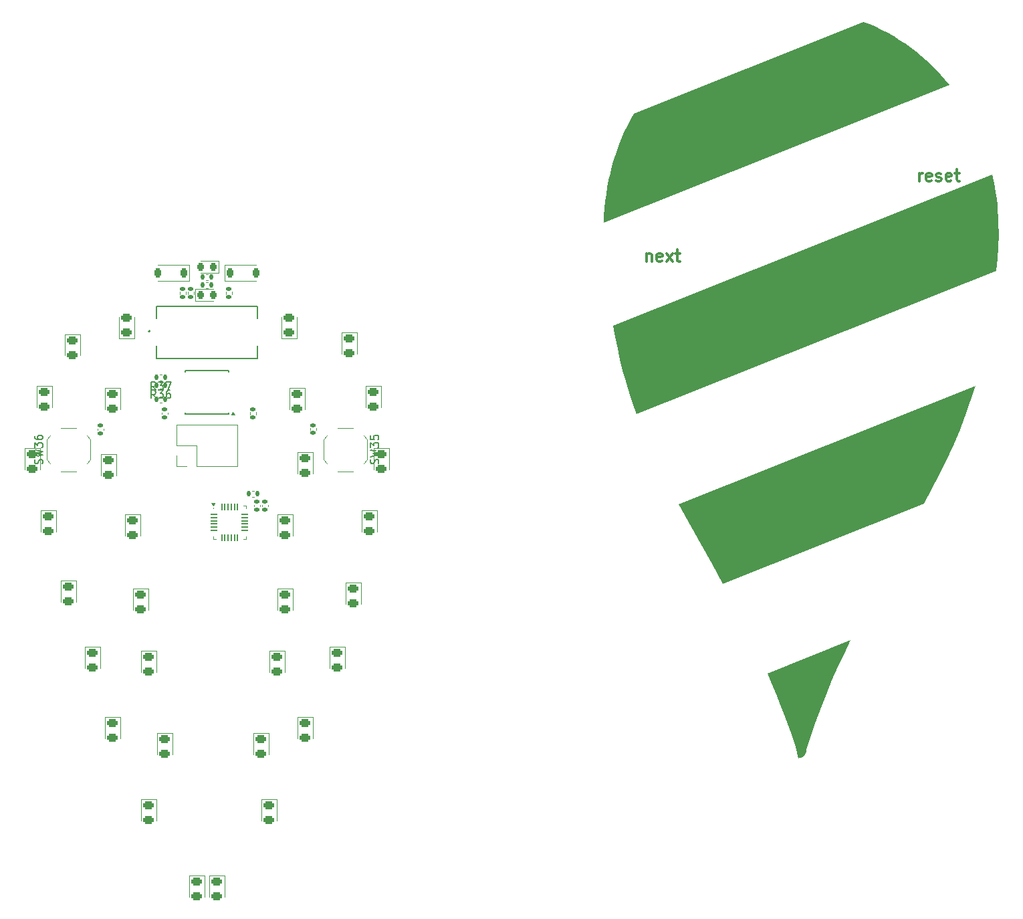
<source format=gbr>
%TF.GenerationSoftware,KiCad,Pcbnew,9.0.6*%
%TF.CreationDate,2025-12-02T17:46:32-08:00*%
%TF.ProjectId,xmas advent 2025,786d6173-2061-4647-9665-6e7420323032,rev?*%
%TF.SameCoordinates,Original*%
%TF.FileFunction,Legend,Top*%
%TF.FilePolarity,Positive*%
%FSLAX46Y46*%
G04 Gerber Fmt 4.6, Leading zero omitted, Abs format (unit mm)*
G04 Created by KiCad (PCBNEW 9.0.6) date 2025-12-02 17:46:32*
%MOMM*%
%LPD*%
G01*
G04 APERTURE LIST*
G04 Aperture macros list*
%AMRoundRect*
0 Rectangle with rounded corners*
0 $1 Rounding radius*
0 $2 $3 $4 $5 $6 $7 $8 $9 X,Y pos of 4 corners*
0 Add a 4 corners polygon primitive as box body*
4,1,4,$2,$3,$4,$5,$6,$7,$8,$9,$2,$3,0*
0 Add four circle primitives for the rounded corners*
1,1,$1+$1,$2,$3*
1,1,$1+$1,$4,$5*
1,1,$1+$1,$6,$7*
1,1,$1+$1,$8,$9*
0 Add four rect primitives between the rounded corners*
20,1,$1+$1,$2,$3,$4,$5,0*
20,1,$1+$1,$4,$5,$6,$7,0*
20,1,$1+$1,$6,$7,$8,$9,0*
20,1,$1+$1,$8,$9,$2,$3,0*%
%AMFreePoly0*
4,1,14,0.314644,0.085355,0.385355,0.014644,0.400000,-0.020711,0.400000,-0.050000,0.385355,-0.085355,0.350000,-0.100000,-0.350000,-0.100000,-0.385355,-0.085355,-0.400000,-0.050000,-0.400000,0.050000,-0.385355,0.085355,-0.350000,0.100000,0.279289,0.100000,0.314644,0.085355,0.314644,0.085355,$1*%
%AMFreePoly1*
4,1,14,0.385355,0.085355,0.400000,0.050000,0.400000,0.020711,0.385355,-0.014644,0.314644,-0.085355,0.279289,-0.100000,-0.350000,-0.100000,-0.385355,-0.085355,-0.400000,-0.050000,-0.400000,0.050000,-0.385355,0.085355,-0.350000,0.100000,0.350000,0.100000,0.385355,0.085355,0.385355,0.085355,$1*%
%AMFreePoly2*
4,1,14,0.085355,0.385355,0.100000,0.350000,0.100000,-0.350000,0.085355,-0.385355,0.050000,-0.400000,-0.050000,-0.400000,-0.085355,-0.385355,-0.100000,-0.350000,-0.100000,0.279289,-0.085355,0.314644,-0.014644,0.385355,0.020711,0.400000,0.050000,0.400000,0.085355,0.385355,0.085355,0.385355,$1*%
%AMFreePoly3*
4,1,14,0.014644,0.385355,0.085355,0.314644,0.100000,0.279289,0.100000,-0.350000,0.085355,-0.385355,0.050000,-0.400000,-0.050000,-0.400000,-0.085355,-0.385355,-0.100000,-0.350000,-0.100000,0.350000,-0.085355,0.385355,-0.050000,0.400000,-0.020711,0.400000,0.014644,0.385355,0.014644,0.385355,$1*%
%AMFreePoly4*
4,1,14,0.385355,0.085355,0.400000,0.050000,0.400000,-0.050000,0.385355,-0.085355,0.350000,-0.100000,-0.279289,-0.100000,-0.314644,-0.085355,-0.385355,-0.014644,-0.400000,0.020711,-0.400000,0.050000,-0.385355,0.085355,-0.350000,0.100000,0.350000,0.100000,0.385355,0.085355,0.385355,0.085355,$1*%
%AMFreePoly5*
4,1,14,0.385355,0.085355,0.400000,0.050000,0.400000,-0.050000,0.385355,-0.085355,0.350000,-0.100000,-0.350000,-0.100000,-0.385355,-0.085355,-0.400000,-0.050000,-0.400000,-0.020711,-0.385355,0.014644,-0.314644,0.085355,-0.279289,0.100000,0.350000,0.100000,0.385355,0.085355,0.385355,0.085355,$1*%
%AMFreePoly6*
4,1,14,0.085355,0.385355,0.100000,0.350000,0.100000,-0.279289,0.085355,-0.314644,0.014644,-0.385355,-0.020711,-0.400000,-0.050000,-0.400000,-0.085355,-0.385355,-0.100000,-0.350000,-0.100000,0.350000,-0.085355,0.385355,-0.050000,0.400000,0.050000,0.400000,0.085355,0.385355,0.085355,0.385355,$1*%
%AMFreePoly7*
4,1,14,0.085355,0.385355,0.100000,0.350000,0.100000,-0.350000,0.085355,-0.385355,0.050000,-0.400000,0.020711,-0.400000,-0.014644,-0.385355,-0.085355,-0.314644,-0.100000,-0.279289,-0.100000,0.350000,-0.085355,0.385355,-0.050000,0.400000,0.050000,0.400000,0.085355,0.385355,0.085355,0.385355,$1*%
G04 Aperture macros list end*
%ADD10C,0.000000*%
%ADD11C,0.300000*%
%ADD12C,0.150000*%
%ADD13C,0.120000*%
%ADD14C,0.127000*%
%ADD15C,0.200000*%
%ADD16RoundRect,0.140000X-0.170000X0.140000X-0.170000X-0.140000X0.170000X-0.140000X0.170000X0.140000X0*%
%ADD17R,0.750000X1.000000*%
%ADD18RoundRect,0.135000X-0.185000X0.135000X-0.185000X-0.135000X0.185000X-0.135000X0.185000X0.135000X0*%
%ADD19RoundRect,0.243750X0.456250X-0.243750X0.456250X0.243750X-0.456250X0.243750X-0.456250X-0.243750X0*%
%ADD20RoundRect,0.243750X-0.456250X0.243750X-0.456250X-0.243750X0.456250X-0.243750X0.456250X0.243750X0*%
%ADD21RoundRect,0.140000X0.170000X-0.140000X0.170000X0.140000X-0.170000X0.140000X-0.170000X-0.140000X0*%
%ADD22RoundRect,0.135000X-0.135000X-0.185000X0.135000X-0.185000X0.135000X0.185000X-0.135000X0.185000X0*%
%ADD23RoundRect,0.135000X0.135000X0.185000X-0.135000X0.185000X-0.135000X-0.185000X0.135000X-0.185000X0*%
%ADD24RoundRect,0.225000X0.225000X0.375000X-0.225000X0.375000X-0.225000X-0.375000X0.225000X-0.375000X0*%
%ADD25FreePoly0,0.000000*%
%ADD26RoundRect,0.050000X-0.350000X-0.050000X0.350000X-0.050000X0.350000X0.050000X-0.350000X0.050000X0*%
%ADD27FreePoly1,0.000000*%
%ADD28FreePoly2,0.000000*%
%ADD29RoundRect,0.050000X-0.050000X-0.350000X0.050000X-0.350000X0.050000X0.350000X-0.050000X0.350000X0*%
%ADD30FreePoly3,0.000000*%
%ADD31FreePoly4,0.000000*%
%ADD32FreePoly5,0.000000*%
%ADD33FreePoly6,0.000000*%
%ADD34FreePoly7,0.000000*%
%ADD35R,2.650000X2.650000*%
%ADD36RoundRect,0.218750X-0.218750X-0.256250X0.218750X-0.256250X0.218750X0.256250X-0.218750X0.256250X0*%
%ADD37RoundRect,0.218750X0.218750X0.256250X-0.218750X0.256250X-0.218750X-0.256250X0.218750X-0.256250X0*%
%ADD38R,1.700000X1.700000*%
%ADD39O,1.700000X1.700000*%
%ADD40R,1.900000X8.000000*%
%ADD41R,2.000000X7.500000*%
%ADD42R,1.700000X0.650000*%
%ADD43RoundRect,0.225000X-0.225000X-0.375000X0.225000X-0.375000X0.225000X0.375000X-0.225000X0.375000X0*%
%ADD44C,3.000000*%
%ADD45R,2.775000X2.775000*%
%ADD46C,2.775000*%
%ADD47C,2.153200*%
G04 APERTURE END LIST*
D10*
G36*
X195896348Y-48024538D02*
G01*
X196044707Y-48772111D01*
X196171067Y-49522699D01*
X196276352Y-50275937D01*
X196361488Y-51031465D01*
X196427401Y-51788920D01*
X196475016Y-52547939D01*
X196505259Y-53308160D01*
X196517331Y-54830759D01*
X196471021Y-56353817D01*
X196373734Y-57874436D01*
X196232875Y-59389716D01*
X150646937Y-77557684D01*
X150166330Y-76193090D01*
X149719461Y-74821051D01*
X149305733Y-73441224D01*
X148924551Y-72053262D01*
X148575317Y-70656820D01*
X148257435Y-69251552D01*
X147970310Y-67837111D01*
X147713343Y-66413153D01*
X195725062Y-47280341D01*
X195896348Y-48024538D01*
G37*
G36*
X155994597Y-88985425D02*
G01*
X155994593Y-88985427D01*
X155994593Y-88985419D01*
X155994597Y-88985425D01*
G37*
G36*
X192948636Y-75961482D02*
G01*
X192267002Y-77884960D01*
X191522456Y-79783472D01*
X190721356Y-81657295D01*
X189870060Y-83506703D01*
X188974926Y-85331973D01*
X188042313Y-87133380D01*
X187078578Y-88911200D01*
X161613726Y-99061591D01*
X160238065Y-96526330D01*
X158830315Y-94009094D01*
X155994597Y-88985425D01*
X193561000Y-74012763D01*
X192948636Y-75961482D01*
G37*
G36*
X176965906Y-107868034D02*
G01*
X176183028Y-109565602D01*
X175424773Y-111274680D01*
X174696519Y-112996507D01*
X174003641Y-114732320D01*
X173351518Y-116483356D01*
X172745527Y-118250853D01*
X172191043Y-120036048D01*
X172186609Y-120094872D01*
X172180230Y-120151936D01*
X172171922Y-120207255D01*
X172161702Y-120260846D01*
X172149588Y-120312724D01*
X172135595Y-120362907D01*
X172119742Y-120411411D01*
X172102045Y-120458251D01*
X172082521Y-120503445D01*
X172061187Y-120547008D01*
X172038061Y-120588958D01*
X172013159Y-120629310D01*
X171986498Y-120668080D01*
X171958096Y-120705286D01*
X171927969Y-120740944D01*
X171896134Y-120775069D01*
X171862609Y-120807678D01*
X171827410Y-120838788D01*
X171790554Y-120868415D01*
X171752059Y-120896575D01*
X171711941Y-120923285D01*
X171670218Y-120948560D01*
X171582022Y-120994875D01*
X171487609Y-121035650D01*
X171387114Y-121071016D01*
X171280672Y-121101103D01*
X171168422Y-121126044D01*
X170779272Y-119747401D01*
X170354209Y-118379996D01*
X169896262Y-117023333D01*
X169408457Y-115676918D01*
X168893822Y-114340256D01*
X168355383Y-113012854D01*
X167796167Y-111694216D01*
X167219206Y-110383855D01*
X177768031Y-106180739D01*
X176965906Y-107868034D01*
G37*
G36*
X167219206Y-110383855D02*
G01*
X167219203Y-110383856D01*
X167219203Y-110383849D01*
X167219206Y-110383855D01*
G37*
G36*
X180197517Y-28221662D02*
G01*
X180979653Y-28562692D01*
X181748602Y-28931541D01*
X182503756Y-29327412D01*
X183244506Y-29749508D01*
X183970244Y-30197033D01*
X184680361Y-30669190D01*
X185374248Y-31165183D01*
X186051297Y-31684213D01*
X186710899Y-32225486D01*
X187352444Y-32788203D01*
X187975325Y-33371568D01*
X188578933Y-33974784D01*
X189162659Y-34597056D01*
X189725895Y-35237585D01*
X190268031Y-35895575D01*
X146519984Y-53331122D01*
X146557848Y-52426975D01*
X146622156Y-51524035D01*
X146712937Y-50623181D01*
X146830220Y-49725296D01*
X146974031Y-48831260D01*
X147144399Y-47941956D01*
X147341353Y-47058264D01*
X147564920Y-46181065D01*
X147815129Y-45311241D01*
X148092007Y-44449674D01*
X148395582Y-43597243D01*
X148725883Y-42754832D01*
X149082938Y-41923320D01*
X149466775Y-41103589D01*
X149877421Y-40296521D01*
X150314906Y-39502997D01*
X179402804Y-27909247D01*
X180197517Y-28221662D01*
G37*
D11*
X186482510Y-48060828D02*
X186482510Y-47060828D01*
X186482510Y-47346542D02*
X186553939Y-47203685D01*
X186553939Y-47203685D02*
X186625368Y-47132257D01*
X186625368Y-47132257D02*
X186768225Y-47060828D01*
X186768225Y-47060828D02*
X186911082Y-47060828D01*
X187982510Y-47989400D02*
X187839653Y-48060828D01*
X187839653Y-48060828D02*
X187553939Y-48060828D01*
X187553939Y-48060828D02*
X187411081Y-47989400D01*
X187411081Y-47989400D02*
X187339653Y-47846542D01*
X187339653Y-47846542D02*
X187339653Y-47275114D01*
X187339653Y-47275114D02*
X187411081Y-47132257D01*
X187411081Y-47132257D02*
X187553939Y-47060828D01*
X187553939Y-47060828D02*
X187839653Y-47060828D01*
X187839653Y-47060828D02*
X187982510Y-47132257D01*
X187982510Y-47132257D02*
X188053939Y-47275114D01*
X188053939Y-47275114D02*
X188053939Y-47417971D01*
X188053939Y-47417971D02*
X187339653Y-47560828D01*
X188625367Y-47989400D02*
X188768224Y-48060828D01*
X188768224Y-48060828D02*
X189053938Y-48060828D01*
X189053938Y-48060828D02*
X189196795Y-47989400D01*
X189196795Y-47989400D02*
X189268224Y-47846542D01*
X189268224Y-47846542D02*
X189268224Y-47775114D01*
X189268224Y-47775114D02*
X189196795Y-47632257D01*
X189196795Y-47632257D02*
X189053938Y-47560828D01*
X189053938Y-47560828D02*
X188839653Y-47560828D01*
X188839653Y-47560828D02*
X188696795Y-47489400D01*
X188696795Y-47489400D02*
X188625367Y-47346542D01*
X188625367Y-47346542D02*
X188625367Y-47275114D01*
X188625367Y-47275114D02*
X188696795Y-47132257D01*
X188696795Y-47132257D02*
X188839653Y-47060828D01*
X188839653Y-47060828D02*
X189053938Y-47060828D01*
X189053938Y-47060828D02*
X189196795Y-47132257D01*
X190482510Y-47989400D02*
X190339653Y-48060828D01*
X190339653Y-48060828D02*
X190053939Y-48060828D01*
X190053939Y-48060828D02*
X189911081Y-47989400D01*
X189911081Y-47989400D02*
X189839653Y-47846542D01*
X189839653Y-47846542D02*
X189839653Y-47275114D01*
X189839653Y-47275114D02*
X189911081Y-47132257D01*
X189911081Y-47132257D02*
X190053939Y-47060828D01*
X190053939Y-47060828D02*
X190339653Y-47060828D01*
X190339653Y-47060828D02*
X190482510Y-47132257D01*
X190482510Y-47132257D02*
X190553939Y-47275114D01*
X190553939Y-47275114D02*
X190553939Y-47417971D01*
X190553939Y-47417971D02*
X189839653Y-47560828D01*
X190982510Y-47060828D02*
X191553938Y-47060828D01*
X191196795Y-46560828D02*
X191196795Y-47846542D01*
X191196795Y-47846542D02*
X191268224Y-47989400D01*
X191268224Y-47989400D02*
X191411081Y-48060828D01*
X191411081Y-48060828D02*
X191553938Y-48060828D01*
X151938510Y-57220828D02*
X151938510Y-58220828D01*
X151938510Y-57363685D02*
X152009939Y-57292257D01*
X152009939Y-57292257D02*
X152152796Y-57220828D01*
X152152796Y-57220828D02*
X152367082Y-57220828D01*
X152367082Y-57220828D02*
X152509939Y-57292257D01*
X152509939Y-57292257D02*
X152581368Y-57435114D01*
X152581368Y-57435114D02*
X152581368Y-58220828D01*
X153867082Y-58149400D02*
X153724225Y-58220828D01*
X153724225Y-58220828D02*
X153438511Y-58220828D01*
X153438511Y-58220828D02*
X153295653Y-58149400D01*
X153295653Y-58149400D02*
X153224225Y-58006542D01*
X153224225Y-58006542D02*
X153224225Y-57435114D01*
X153224225Y-57435114D02*
X153295653Y-57292257D01*
X153295653Y-57292257D02*
X153438511Y-57220828D01*
X153438511Y-57220828D02*
X153724225Y-57220828D01*
X153724225Y-57220828D02*
X153867082Y-57292257D01*
X153867082Y-57292257D02*
X153938511Y-57435114D01*
X153938511Y-57435114D02*
X153938511Y-57577971D01*
X153938511Y-57577971D02*
X153224225Y-57720828D01*
X154438510Y-58220828D02*
X155224225Y-57220828D01*
X154438510Y-57220828D02*
X155224225Y-58220828D01*
X155581368Y-57220828D02*
X156152796Y-57220828D01*
X155795653Y-56720828D02*
X155795653Y-58006542D01*
X155795653Y-58006542D02*
X155867082Y-58149400D01*
X155867082Y-58149400D02*
X156009939Y-58220828D01*
X156009939Y-58220828D02*
X156152796Y-58220828D01*
D12*
X75397200Y-83851523D02*
X75444819Y-83708666D01*
X75444819Y-83708666D02*
X75444819Y-83470571D01*
X75444819Y-83470571D02*
X75397200Y-83375333D01*
X75397200Y-83375333D02*
X75349580Y-83327714D01*
X75349580Y-83327714D02*
X75254342Y-83280095D01*
X75254342Y-83280095D02*
X75159104Y-83280095D01*
X75159104Y-83280095D02*
X75063866Y-83327714D01*
X75063866Y-83327714D02*
X75016247Y-83375333D01*
X75016247Y-83375333D02*
X74968628Y-83470571D01*
X74968628Y-83470571D02*
X74921009Y-83661047D01*
X74921009Y-83661047D02*
X74873390Y-83756285D01*
X74873390Y-83756285D02*
X74825771Y-83803904D01*
X74825771Y-83803904D02*
X74730533Y-83851523D01*
X74730533Y-83851523D02*
X74635295Y-83851523D01*
X74635295Y-83851523D02*
X74540057Y-83803904D01*
X74540057Y-83803904D02*
X74492438Y-83756285D01*
X74492438Y-83756285D02*
X74444819Y-83661047D01*
X74444819Y-83661047D02*
X74444819Y-83422952D01*
X74444819Y-83422952D02*
X74492438Y-83280095D01*
X74444819Y-82946761D02*
X75444819Y-82708666D01*
X75444819Y-82708666D02*
X74730533Y-82518190D01*
X74730533Y-82518190D02*
X75444819Y-82327714D01*
X75444819Y-82327714D02*
X74444819Y-82089619D01*
X74444819Y-81803904D02*
X74444819Y-81184857D01*
X74444819Y-81184857D02*
X74825771Y-81518190D01*
X74825771Y-81518190D02*
X74825771Y-81375333D01*
X74825771Y-81375333D02*
X74873390Y-81280095D01*
X74873390Y-81280095D02*
X74921009Y-81232476D01*
X74921009Y-81232476D02*
X75016247Y-81184857D01*
X75016247Y-81184857D02*
X75254342Y-81184857D01*
X75254342Y-81184857D02*
X75349580Y-81232476D01*
X75349580Y-81232476D02*
X75397200Y-81280095D01*
X75397200Y-81280095D02*
X75444819Y-81375333D01*
X75444819Y-81375333D02*
X75444819Y-81661047D01*
X75444819Y-81661047D02*
X75397200Y-81756285D01*
X75397200Y-81756285D02*
X75349580Y-81803904D01*
X74444819Y-80327714D02*
X74444819Y-80518190D01*
X74444819Y-80518190D02*
X74492438Y-80613428D01*
X74492438Y-80613428D02*
X74540057Y-80661047D01*
X74540057Y-80661047D02*
X74682914Y-80756285D01*
X74682914Y-80756285D02*
X74873390Y-80803904D01*
X74873390Y-80803904D02*
X75254342Y-80803904D01*
X75254342Y-80803904D02*
X75349580Y-80756285D01*
X75349580Y-80756285D02*
X75397200Y-80708666D01*
X75397200Y-80708666D02*
X75444819Y-80613428D01*
X75444819Y-80613428D02*
X75444819Y-80422952D01*
X75444819Y-80422952D02*
X75397200Y-80327714D01*
X75397200Y-80327714D02*
X75349580Y-80280095D01*
X75349580Y-80280095D02*
X75254342Y-80232476D01*
X75254342Y-80232476D02*
X75016247Y-80232476D01*
X75016247Y-80232476D02*
X74921009Y-80280095D01*
X74921009Y-80280095D02*
X74873390Y-80327714D01*
X74873390Y-80327714D02*
X74825771Y-80422952D01*
X74825771Y-80422952D02*
X74825771Y-80613428D01*
X74825771Y-80613428D02*
X74873390Y-80708666D01*
X74873390Y-80708666D02*
X74921009Y-80756285D01*
X74921009Y-80756285D02*
X75016247Y-80803904D01*
X89781142Y-74522819D02*
X89447809Y-74046628D01*
X89209714Y-74522819D02*
X89209714Y-73522819D01*
X89209714Y-73522819D02*
X89590666Y-73522819D01*
X89590666Y-73522819D02*
X89685904Y-73570438D01*
X89685904Y-73570438D02*
X89733523Y-73618057D01*
X89733523Y-73618057D02*
X89781142Y-73713295D01*
X89781142Y-73713295D02*
X89781142Y-73856152D01*
X89781142Y-73856152D02*
X89733523Y-73951390D01*
X89733523Y-73951390D02*
X89685904Y-73999009D01*
X89685904Y-73999009D02*
X89590666Y-74046628D01*
X89590666Y-74046628D02*
X89209714Y-74046628D01*
X90114476Y-73522819D02*
X90733523Y-73522819D01*
X90733523Y-73522819D02*
X90400190Y-73903771D01*
X90400190Y-73903771D02*
X90543047Y-73903771D01*
X90543047Y-73903771D02*
X90638285Y-73951390D01*
X90638285Y-73951390D02*
X90685904Y-73999009D01*
X90685904Y-73999009D02*
X90733523Y-74094247D01*
X90733523Y-74094247D02*
X90733523Y-74332342D01*
X90733523Y-74332342D02*
X90685904Y-74427580D01*
X90685904Y-74427580D02*
X90638285Y-74475200D01*
X90638285Y-74475200D02*
X90543047Y-74522819D01*
X90543047Y-74522819D02*
X90257333Y-74522819D01*
X90257333Y-74522819D02*
X90162095Y-74475200D01*
X90162095Y-74475200D02*
X90114476Y-74427580D01*
X91066857Y-73522819D02*
X91733523Y-73522819D01*
X91733523Y-73522819D02*
X91304952Y-74522819D01*
X89781142Y-75538819D02*
X89447809Y-75062628D01*
X89209714Y-75538819D02*
X89209714Y-74538819D01*
X89209714Y-74538819D02*
X89590666Y-74538819D01*
X89590666Y-74538819D02*
X89685904Y-74586438D01*
X89685904Y-74586438D02*
X89733523Y-74634057D01*
X89733523Y-74634057D02*
X89781142Y-74729295D01*
X89781142Y-74729295D02*
X89781142Y-74872152D01*
X89781142Y-74872152D02*
X89733523Y-74967390D01*
X89733523Y-74967390D02*
X89685904Y-75015009D01*
X89685904Y-75015009D02*
X89590666Y-75062628D01*
X89590666Y-75062628D02*
X89209714Y-75062628D01*
X90114476Y-74538819D02*
X90733523Y-74538819D01*
X90733523Y-74538819D02*
X90400190Y-74919771D01*
X90400190Y-74919771D02*
X90543047Y-74919771D01*
X90543047Y-74919771D02*
X90638285Y-74967390D01*
X90638285Y-74967390D02*
X90685904Y-75015009D01*
X90685904Y-75015009D02*
X90733523Y-75110247D01*
X90733523Y-75110247D02*
X90733523Y-75348342D01*
X90733523Y-75348342D02*
X90685904Y-75443580D01*
X90685904Y-75443580D02*
X90638285Y-75491200D01*
X90638285Y-75491200D02*
X90543047Y-75538819D01*
X90543047Y-75538819D02*
X90257333Y-75538819D01*
X90257333Y-75538819D02*
X90162095Y-75491200D01*
X90162095Y-75491200D02*
X90114476Y-75443580D01*
X91590666Y-74538819D02*
X91400190Y-74538819D01*
X91400190Y-74538819D02*
X91304952Y-74586438D01*
X91304952Y-74586438D02*
X91257333Y-74634057D01*
X91257333Y-74634057D02*
X91162095Y-74776914D01*
X91162095Y-74776914D02*
X91114476Y-74967390D01*
X91114476Y-74967390D02*
X91114476Y-75348342D01*
X91114476Y-75348342D02*
X91162095Y-75443580D01*
X91162095Y-75443580D02*
X91209714Y-75491200D01*
X91209714Y-75491200D02*
X91304952Y-75538819D01*
X91304952Y-75538819D02*
X91495428Y-75538819D01*
X91495428Y-75538819D02*
X91590666Y-75491200D01*
X91590666Y-75491200D02*
X91638285Y-75443580D01*
X91638285Y-75443580D02*
X91685904Y-75348342D01*
X91685904Y-75348342D02*
X91685904Y-75110247D01*
X91685904Y-75110247D02*
X91638285Y-75015009D01*
X91638285Y-75015009D02*
X91590666Y-74967390D01*
X91590666Y-74967390D02*
X91495428Y-74919771D01*
X91495428Y-74919771D02*
X91304952Y-74919771D01*
X91304952Y-74919771D02*
X91209714Y-74967390D01*
X91209714Y-74967390D02*
X91162095Y-75015009D01*
X91162095Y-75015009D02*
X91114476Y-75110247D01*
X117949200Y-83851523D02*
X117996819Y-83708666D01*
X117996819Y-83708666D02*
X117996819Y-83470571D01*
X117996819Y-83470571D02*
X117949200Y-83375333D01*
X117949200Y-83375333D02*
X117901580Y-83327714D01*
X117901580Y-83327714D02*
X117806342Y-83280095D01*
X117806342Y-83280095D02*
X117711104Y-83280095D01*
X117711104Y-83280095D02*
X117615866Y-83327714D01*
X117615866Y-83327714D02*
X117568247Y-83375333D01*
X117568247Y-83375333D02*
X117520628Y-83470571D01*
X117520628Y-83470571D02*
X117473009Y-83661047D01*
X117473009Y-83661047D02*
X117425390Y-83756285D01*
X117425390Y-83756285D02*
X117377771Y-83803904D01*
X117377771Y-83803904D02*
X117282533Y-83851523D01*
X117282533Y-83851523D02*
X117187295Y-83851523D01*
X117187295Y-83851523D02*
X117092057Y-83803904D01*
X117092057Y-83803904D02*
X117044438Y-83756285D01*
X117044438Y-83756285D02*
X116996819Y-83661047D01*
X116996819Y-83661047D02*
X116996819Y-83422952D01*
X116996819Y-83422952D02*
X117044438Y-83280095D01*
X116996819Y-82946761D02*
X117996819Y-82708666D01*
X117996819Y-82708666D02*
X117282533Y-82518190D01*
X117282533Y-82518190D02*
X117996819Y-82327714D01*
X117996819Y-82327714D02*
X116996819Y-82089619D01*
X116996819Y-81803904D02*
X116996819Y-81184857D01*
X116996819Y-81184857D02*
X117377771Y-81518190D01*
X117377771Y-81518190D02*
X117377771Y-81375333D01*
X117377771Y-81375333D02*
X117425390Y-81280095D01*
X117425390Y-81280095D02*
X117473009Y-81232476D01*
X117473009Y-81232476D02*
X117568247Y-81184857D01*
X117568247Y-81184857D02*
X117806342Y-81184857D01*
X117806342Y-81184857D02*
X117901580Y-81232476D01*
X117901580Y-81232476D02*
X117949200Y-81280095D01*
X117949200Y-81280095D02*
X117996819Y-81375333D01*
X117996819Y-81375333D02*
X117996819Y-81661047D01*
X117996819Y-81661047D02*
X117949200Y-81756285D01*
X117949200Y-81756285D02*
X117901580Y-81803904D01*
X116996819Y-80280095D02*
X116996819Y-80756285D01*
X116996819Y-80756285D02*
X117473009Y-80803904D01*
X117473009Y-80803904D02*
X117425390Y-80756285D01*
X117425390Y-80756285D02*
X117377771Y-80661047D01*
X117377771Y-80661047D02*
X117377771Y-80422952D01*
X117377771Y-80422952D02*
X117425390Y-80327714D01*
X117425390Y-80327714D02*
X117473009Y-80280095D01*
X117473009Y-80280095D02*
X117568247Y-80232476D01*
X117568247Y-80232476D02*
X117806342Y-80232476D01*
X117806342Y-80232476D02*
X117901580Y-80280095D01*
X117901580Y-80280095D02*
X117949200Y-80327714D01*
X117949200Y-80327714D02*
X117996819Y-80422952D01*
X117996819Y-80422952D02*
X117996819Y-80661047D01*
X117996819Y-80661047D02*
X117949200Y-80756285D01*
X117949200Y-80756285D02*
X117901580Y-80803904D01*
D13*
%TO.C,C35*%
X109368000Y-79366164D02*
X109368000Y-79581836D01*
X110088000Y-79366164D02*
X110088000Y-79581836D01*
%TO.C,SW36*%
X75990000Y-83342000D02*
X75990000Y-80742000D01*
X76440000Y-80292000D02*
X75990000Y-80742000D01*
X76440000Y-83792000D02*
X75990000Y-83342000D01*
X77740000Y-79292000D02*
X79740000Y-79292000D01*
X77740000Y-84792000D02*
X79740000Y-84792000D01*
X81040000Y-80292000D02*
X81490000Y-80742000D01*
X81040000Y-83792000D02*
X81490000Y-83342000D01*
X81490000Y-83342000D02*
X81490000Y-80742000D01*
%TO.C,R2*%
X98680000Y-62076359D02*
X98680000Y-62383641D01*
X99440000Y-62076359D02*
X99440000Y-62383641D01*
%TO.C,D64*%
X105720000Y-65294000D02*
X105720000Y-67979000D01*
X105720000Y-67979000D02*
X107640000Y-67979000D01*
X107640000Y-67979000D02*
X107640000Y-65294000D01*
%TO.C,D42*%
X83368000Y-115917000D02*
X83368000Y-118602000D01*
X85288000Y-115917000D02*
X83368000Y-115917000D01*
X85288000Y-118602000D02*
X85288000Y-115917000D01*
%TO.C,D54*%
X75240000Y-89755000D02*
X75240000Y-92440000D01*
X77160000Y-89755000D02*
X75240000Y-89755000D01*
X77160000Y-92440000D02*
X77160000Y-89755000D01*
%TO.C,D55*%
X117404000Y-81881000D02*
X117404000Y-84566000D01*
X119324000Y-81881000D02*
X117404000Y-81881000D01*
X119324000Y-84566000D02*
X119324000Y-81881000D01*
%TO.C,D51*%
X115880000Y-89755000D02*
X115880000Y-92440000D01*
X117800000Y-89755000D02*
X115880000Y-89755000D01*
X117800000Y-92440000D02*
X117800000Y-89755000D01*
%TO.C,D36*%
X96576000Y-135957500D02*
X96576000Y-138642500D01*
X98496000Y-135957500D02*
X96576000Y-135957500D01*
X98496000Y-138642500D02*
X98496000Y-135957500D01*
%TO.C,R1*%
X92838000Y-62076359D02*
X92838000Y-62383641D01*
X93598000Y-62076359D02*
X93598000Y-62383641D01*
%TO.C,C7*%
X103272000Y-89261836D02*
X103272000Y-89046164D01*
X103992000Y-89261836D02*
X103992000Y-89046164D01*
%TO.C,R38*%
X96112359Y-59818000D02*
X96419641Y-59818000D01*
X96112359Y-60578000D02*
X96419641Y-60578000D01*
%TO.C,D35*%
X103180000Y-126305500D02*
X103180000Y-128990500D01*
X105100000Y-126305500D02*
X103180000Y-126305500D01*
X105100000Y-128990500D02*
X105100000Y-126305500D01*
%TO.C,R39*%
X96419641Y-60834000D02*
X96112359Y-60834000D01*
X96419641Y-61594000D02*
X96112359Y-61594000D01*
%TO.C,R3*%
X93854000Y-62076359D02*
X93854000Y-62383641D01*
X94614000Y-62076359D02*
X94614000Y-62383641D01*
%TO.C,D58*%
X73208000Y-81881000D02*
X73208000Y-84566000D01*
X75128000Y-81881000D02*
X73208000Y-81881000D01*
X75128000Y-84566000D02*
X75128000Y-81881000D01*
%TO.C,C6*%
X102256000Y-89046164D02*
X102256000Y-89261836D01*
X102976000Y-89046164D02*
X102976000Y-89261836D01*
%TO.C,D2*%
X94054000Y-58690000D02*
X90044000Y-58690000D01*
X94054000Y-60690000D02*
X90044000Y-60690000D01*
X94054000Y-60690000D02*
X94054000Y-58690000D01*
%TO.C,D60*%
X106736000Y-74261000D02*
X106736000Y-76946000D01*
X108656000Y-74261000D02*
X106736000Y-74261000D01*
X108656000Y-76946000D02*
X108656000Y-74261000D01*
%TO.C,U7*%
X97033000Y-89509000D02*
X97033000Y-89399000D01*
X97033000Y-93379000D02*
X97033000Y-93029000D01*
X97383000Y-93379000D02*
X97033000Y-93379000D01*
X100903000Y-89159000D02*
X101253000Y-89159000D01*
X100903000Y-93379000D02*
X101253000Y-93379000D01*
X101253000Y-89159000D02*
X101253000Y-89509000D01*
X101253000Y-93379000D02*
X101253000Y-93029000D01*
X97033000Y-89159000D02*
X96793000Y-88829000D01*
X97273000Y-88829000D01*
X97033000Y-89159000D01*
G36*
X97033000Y-89159000D02*
G01*
X96793000Y-88829000D01*
X97273000Y-88829000D01*
X97033000Y-89159000D01*
G37*
%TO.C,D50*%
X77780000Y-98645000D02*
X77780000Y-101330000D01*
X79700000Y-98645000D02*
X77780000Y-98645000D01*
X79700000Y-101330000D02*
X79700000Y-98645000D01*
%TO.C,D46*%
X80828000Y-107052500D02*
X80828000Y-109737500D01*
X82748000Y-107052500D02*
X80828000Y-107052500D01*
X82748000Y-109737500D02*
X82748000Y-107052500D01*
%TO.C,D66*%
X78288000Y-67455500D02*
X78288000Y-70140500D01*
X80208000Y-67455500D02*
X78288000Y-67455500D01*
X80208000Y-70140500D02*
X80208000Y-67455500D01*
%TO.C,R37*%
X90577641Y-72518000D02*
X90270359Y-72518000D01*
X90577641Y-73278000D02*
X90270359Y-73278000D01*
%TO.C,D52*%
X105212000Y-90237500D02*
X105212000Y-92922500D01*
X107132000Y-90237500D02*
X105212000Y-90237500D01*
X107132000Y-92922500D02*
X107132000Y-90237500D01*
%TO.C,D65*%
X85146000Y-65294000D02*
X85146000Y-67979000D01*
X85146000Y-67979000D02*
X87066000Y-67979000D01*
X87066000Y-67979000D02*
X87066000Y-65294000D01*
%TO.C,D37*%
X94036000Y-135957500D02*
X94036000Y-138642500D01*
X95956000Y-135957500D02*
X94036000Y-135957500D01*
X95956000Y-138642500D02*
X95956000Y-135957500D01*
%TO.C,D48*%
X105212000Y-99661000D02*
X105212000Y-102346000D01*
X107132000Y-99661000D02*
X105212000Y-99661000D01*
X107132000Y-102346000D02*
X107132000Y-99661000D01*
%TO.C,D68*%
X94781000Y-61749000D02*
X94781000Y-63219000D01*
X94781000Y-63219000D02*
X97066000Y-63219000D01*
X97066000Y-61749000D02*
X94781000Y-61749000D01*
%TO.C,D67*%
X95466000Y-59663000D02*
X97751000Y-59663000D01*
X97751000Y-58193000D02*
X95466000Y-58193000D01*
X97751000Y-59663000D02*
X97751000Y-58193000D01*
%TO.C,D63*%
X113340000Y-67227500D02*
X113340000Y-69912500D01*
X115260000Y-67227500D02*
X113340000Y-67227500D01*
X115260000Y-69912500D02*
X115260000Y-67227500D01*
%TO.C,C1*%
X90572000Y-77362164D02*
X90572000Y-77577836D01*
X91292000Y-77362164D02*
X91292000Y-77577836D01*
%TO.C,R45*%
X101728000Y-77318359D02*
X101728000Y-77625641D01*
X102488000Y-77318359D02*
X102488000Y-77625641D01*
%TO.C,D56*%
X107752000Y-82389000D02*
X107752000Y-85074000D01*
X109672000Y-82389000D02*
X107752000Y-82389000D01*
X109672000Y-85074000D02*
X109672000Y-82389000D01*
%TO.C,J2*%
X92396000Y-78934000D02*
X100136000Y-78934000D01*
X92396000Y-81534000D02*
X92396000Y-78934000D01*
X92396000Y-84134000D02*
X92396000Y-82804000D01*
X93726000Y-84134000D02*
X92396000Y-84134000D01*
X94996000Y-81534000D02*
X92396000Y-81534000D01*
X94996000Y-84134000D02*
X94996000Y-81534000D01*
X94996000Y-84134000D02*
X100136000Y-84134000D01*
X100136000Y-84134000D02*
X100136000Y-78934000D01*
%TO.C,D53*%
X85908000Y-90237500D02*
X85908000Y-92922500D01*
X87828000Y-90237500D02*
X85908000Y-90237500D01*
X87828000Y-92922500D02*
X87828000Y-90237500D01*
%TO.C,D45*%
X87940000Y-107560500D02*
X87940000Y-110245500D01*
X89860000Y-107560500D02*
X87940000Y-107560500D01*
X89860000Y-110245500D02*
X89860000Y-107560500D01*
%TO.C,R36*%
X90577641Y-73534000D02*
X90270359Y-73534000D01*
X90577641Y-74294000D02*
X90270359Y-74294000D01*
%TO.C,D59*%
X116388000Y-73981500D02*
X116388000Y-76666500D01*
X118308000Y-73981500D02*
X116388000Y-73981500D01*
X118308000Y-76666500D02*
X118308000Y-73981500D01*
D12*
%TO.C,U1*%
X93516000Y-72048000D02*
X93516000Y-72253000D01*
X93516000Y-77558000D02*
X93516000Y-77353000D01*
X99016000Y-72048000D02*
X93516000Y-72048000D01*
X99016000Y-72048000D02*
X99016000Y-72253000D01*
X99016000Y-77558000D02*
X93516000Y-77558000D01*
X99016000Y-77558000D02*
X99016000Y-77353000D01*
D13*
X99806000Y-77633000D02*
X99326000Y-77633000D01*
X99566000Y-77303000D01*
X99806000Y-77633000D01*
G36*
X99806000Y-77633000D02*
G01*
X99326000Y-77633000D01*
X99566000Y-77303000D01*
X99806000Y-77633000D01*
G37*
%TO.C,D47*%
X113848000Y-98873500D02*
X113848000Y-101558500D01*
X115768000Y-98873500D02*
X113848000Y-98873500D01*
X115768000Y-101558500D02*
X115768000Y-98873500D01*
%TO.C,D41*%
X89972000Y-117949000D02*
X89972000Y-120634000D01*
X91892000Y-117949000D02*
X89972000Y-117949000D01*
X91892000Y-120634000D02*
X91892000Y-117949000D01*
%TO.C,R40*%
X102261641Y-87250000D02*
X101954359Y-87250000D01*
X102261641Y-88010000D02*
X101954359Y-88010000D01*
%TO.C,C36*%
X82444000Y-79394164D02*
X82444000Y-79609836D01*
X83164000Y-79394164D02*
X83164000Y-79609836D01*
%TO.C,R35*%
X90577641Y-75312000D02*
X90270359Y-75312000D01*
X90577641Y-76072000D02*
X90270359Y-76072000D01*
%TO.C,D1*%
X98478000Y-58690000D02*
X98478000Y-60690000D01*
X98478000Y-58690000D02*
X102488000Y-58690000D01*
X98478000Y-60690000D02*
X102488000Y-60690000D01*
%TO.C,D43*%
X111816000Y-107001500D02*
X111816000Y-109686500D01*
X113736000Y-107001500D02*
X111816000Y-107001500D01*
X113736000Y-109686500D02*
X113736000Y-107001500D01*
%TO.C,D62*%
X74732000Y-73981500D02*
X74732000Y-76666500D01*
X76652000Y-73981500D02*
X74732000Y-73981500D01*
X76652000Y-76666500D02*
X76652000Y-73981500D01*
%TO.C,D49*%
X86924000Y-99661000D02*
X86924000Y-102346000D01*
X88844000Y-99661000D02*
X86924000Y-99661000D01*
X88844000Y-102346000D02*
X88844000Y-99661000D01*
%TO.C,D38*%
X87940000Y-126305500D02*
X87940000Y-128990500D01*
X89860000Y-126305500D02*
X87940000Y-126305500D01*
X89860000Y-128990500D02*
X89860000Y-126305500D01*
%TO.C,D57*%
X82860000Y-82617500D02*
X82860000Y-85302500D01*
X84780000Y-82617500D02*
X82860000Y-82617500D01*
X84780000Y-85302500D02*
X84780000Y-82617500D01*
%TO.C,D61*%
X83368000Y-74261000D02*
X83368000Y-76946000D01*
X85288000Y-74261000D02*
X83368000Y-74261000D01*
X85288000Y-76946000D02*
X85288000Y-74261000D01*
%TO.C,SW35*%
X111042000Y-80742000D02*
X111042000Y-83342000D01*
X111492000Y-80292000D02*
X111042000Y-80742000D01*
X111492000Y-83792000D02*
X111042000Y-83342000D01*
X114792000Y-79292000D02*
X112792000Y-79292000D01*
X114792000Y-84792000D02*
X112792000Y-84792000D01*
X116092000Y-80292000D02*
X116542000Y-80742000D01*
X116092000Y-83792000D02*
X116542000Y-83342000D01*
X116542000Y-80742000D02*
X116542000Y-83342000D01*
%TO.C,D39*%
X107752000Y-115917000D02*
X107752000Y-118602000D01*
X109672000Y-115917000D02*
X107752000Y-115917000D01*
X109672000Y-118602000D02*
X109672000Y-115917000D01*
D14*
%TO.C,SW1*%
X89841000Y-63883000D02*
X89841000Y-65433000D01*
X89841000Y-68933000D02*
X89841000Y-70483000D01*
X89841000Y-70483000D02*
X102691000Y-70483000D01*
X102691000Y-63883000D02*
X89841000Y-63883000D01*
X102691000Y-65433000D02*
X102691000Y-63883000D01*
X102691000Y-70483000D02*
X102691000Y-68933000D01*
D15*
X89066000Y-67083000D02*
G75*
G02*
X88866000Y-67083000I-100000J0D01*
G01*
X88866000Y-67083000D02*
G75*
G02*
X89066000Y-67083000I100000J0D01*
G01*
D13*
%TO.C,D40*%
X102164000Y-117949000D02*
X102164000Y-120634000D01*
X104084000Y-117949000D02*
X102164000Y-117949000D01*
X104084000Y-120634000D02*
X104084000Y-117949000D01*
%TO.C,D44*%
X104196000Y-107509500D02*
X104196000Y-110194500D01*
X106116000Y-107509500D02*
X104196000Y-107509500D01*
X106116000Y-110194500D02*
X106116000Y-107509500D01*
%TD*%
%LPC*%
D16*
%TO.C,C35*%
X109728000Y-78994000D03*
X109728000Y-79954000D03*
%TD*%
D17*
%TO.C,SW36*%
X76865000Y-85042000D03*
X76865000Y-79042000D03*
X80615000Y-85042000D03*
X80615000Y-79042000D03*
%TD*%
D18*
%TO.C,R2*%
X99060000Y-61720000D03*
X99060000Y-62740000D03*
%TD*%
D19*
%TO.C,D64*%
X106680000Y-67231500D03*
X106680000Y-65356500D03*
%TD*%
D20*
%TO.C,D42*%
X84328000Y-116664500D03*
X84328000Y-118539500D03*
%TD*%
%TO.C,D54*%
X76200000Y-90502500D03*
X76200000Y-92377500D03*
%TD*%
%TO.C,D55*%
X118364000Y-82628500D03*
X118364000Y-84503500D03*
%TD*%
%TO.C,D51*%
X116840000Y-90502500D03*
X116840000Y-92377500D03*
%TD*%
%TO.C,D36*%
X97536000Y-136705000D03*
X97536000Y-138580000D03*
%TD*%
D18*
%TO.C,R1*%
X93218000Y-61720000D03*
X93218000Y-62740000D03*
%TD*%
D21*
%TO.C,C7*%
X103632000Y-89634000D03*
X103632000Y-88674000D03*
%TD*%
D22*
%TO.C,R38*%
X95756000Y-60198000D03*
X96776000Y-60198000D03*
%TD*%
D20*
%TO.C,D35*%
X104140000Y-127053000D03*
X104140000Y-128928000D03*
%TD*%
D23*
%TO.C,R39*%
X96776000Y-61214000D03*
X95756000Y-61214000D03*
%TD*%
D18*
%TO.C,R3*%
X94234000Y-61720000D03*
X94234000Y-62740000D03*
%TD*%
D20*
%TO.C,D58*%
X74168000Y-82628500D03*
X74168000Y-84503500D03*
%TD*%
D16*
%TO.C,C6*%
X102616000Y-88674000D03*
X102616000Y-89634000D03*
%TD*%
D24*
%TO.C,D2*%
X93344000Y-59690000D03*
X90044000Y-59690000D03*
%TD*%
D20*
%TO.C,D60*%
X107696000Y-75008500D03*
X107696000Y-76883500D03*
%TD*%
D25*
%TO.C,U7*%
X97193000Y-89869000D03*
D26*
X97193000Y-90269000D03*
X97193000Y-90669000D03*
X97193000Y-91069000D03*
X97193000Y-91469000D03*
X97193000Y-91869000D03*
X97193000Y-92269000D03*
D27*
X97193000Y-92669000D03*
D28*
X97743000Y-93219000D03*
D29*
X98143000Y-93219000D03*
X98543000Y-93219000D03*
X98943000Y-93219000D03*
X99343000Y-93219000D03*
X99743000Y-93219000D03*
X100143000Y-93219000D03*
D30*
X100543000Y-93219000D03*
D31*
X101093000Y-92669000D03*
D26*
X101093000Y-92269000D03*
X101093000Y-91869000D03*
X101093000Y-91469000D03*
X101093000Y-91069000D03*
X101093000Y-90669000D03*
X101093000Y-90269000D03*
D32*
X101093000Y-89869000D03*
D33*
X100543000Y-89319000D03*
D29*
X100143000Y-89319000D03*
X99743000Y-89319000D03*
X99343000Y-89319000D03*
X98943000Y-89319000D03*
X98543000Y-89319000D03*
X98143000Y-89319000D03*
D34*
X97743000Y-89319000D03*
D35*
X99143000Y-91269000D03*
%TD*%
D20*
%TO.C,D50*%
X78740000Y-99392500D03*
X78740000Y-101267500D03*
%TD*%
%TO.C,D46*%
X81788000Y-107800000D03*
X81788000Y-109675000D03*
%TD*%
%TO.C,D66*%
X79248000Y-68203000D03*
X79248000Y-70078000D03*
%TD*%
D23*
%TO.C,R37*%
X90934000Y-72898000D03*
X89914000Y-72898000D03*
%TD*%
D20*
%TO.C,D52*%
X106172000Y-90985000D03*
X106172000Y-92860000D03*
%TD*%
D19*
%TO.C,D65*%
X86106000Y-67231500D03*
X86106000Y-65356500D03*
%TD*%
D20*
%TO.C,D37*%
X94996000Y-136705000D03*
X94996000Y-138580000D03*
%TD*%
%TO.C,D48*%
X106172000Y-100408500D03*
X106172000Y-102283500D03*
%TD*%
D36*
%TO.C,D68*%
X95478500Y-62484000D03*
X97053500Y-62484000D03*
%TD*%
D37*
%TO.C,D67*%
X97053500Y-58928000D03*
X95478500Y-58928000D03*
%TD*%
D20*
%TO.C,D63*%
X114300000Y-67975000D03*
X114300000Y-69850000D03*
%TD*%
D16*
%TO.C,C1*%
X90932000Y-76990000D03*
X90932000Y-77950000D03*
%TD*%
D18*
%TO.C,R45*%
X102108000Y-76962000D03*
X102108000Y-77982000D03*
%TD*%
D20*
%TO.C,D56*%
X108712000Y-83136500D03*
X108712000Y-85011500D03*
%TD*%
D38*
%TO.C,J2*%
X93726000Y-82804000D03*
D39*
X93726000Y-80264000D03*
X96266000Y-82804000D03*
X96266000Y-80264000D03*
X98806000Y-82804000D03*
X98806000Y-80264000D03*
%TD*%
D40*
%TO.C,J1*%
X92456000Y-47756000D03*
D41*
X94966000Y-48006000D03*
X97566000Y-48006000D03*
D40*
X100076000Y-47756000D03*
%TD*%
D20*
%TO.C,D53*%
X86868000Y-90985000D03*
X86868000Y-92860000D03*
%TD*%
%TO.C,D45*%
X88900000Y-108308000D03*
X88900000Y-110183000D03*
%TD*%
D23*
%TO.C,R36*%
X90934000Y-73914000D03*
X89914000Y-73914000D03*
%TD*%
D20*
%TO.C,D59*%
X117348000Y-74729000D03*
X117348000Y-76604000D03*
%TD*%
D42*
%TO.C,U1*%
X99916000Y-76708000D03*
X99916000Y-75438000D03*
X99916000Y-74168000D03*
X99916000Y-72898000D03*
X92616000Y-72898000D03*
X92616000Y-74168000D03*
X92616000Y-75438000D03*
X92616000Y-76708000D03*
%TD*%
D20*
%TO.C,D47*%
X114808000Y-99621000D03*
X114808000Y-101496000D03*
%TD*%
%TO.C,D41*%
X90932000Y-118696500D03*
X90932000Y-120571500D03*
%TD*%
D23*
%TO.C,R40*%
X102618000Y-87630000D03*
X101598000Y-87630000D03*
%TD*%
D16*
%TO.C,C36*%
X82804000Y-79022000D03*
X82804000Y-79982000D03*
%TD*%
D23*
%TO.C,R35*%
X90934000Y-75692000D03*
X89914000Y-75692000D03*
%TD*%
D43*
%TO.C,D1*%
X99188000Y-59690000D03*
X102488000Y-59690000D03*
%TD*%
D20*
%TO.C,D43*%
X112776000Y-107749000D03*
X112776000Y-109624000D03*
%TD*%
%TO.C,D62*%
X75692000Y-74729000D03*
X75692000Y-76604000D03*
%TD*%
%TO.C,D49*%
X87884000Y-100408500D03*
X87884000Y-102283500D03*
%TD*%
%TO.C,D38*%
X88900000Y-127053000D03*
X88900000Y-128928000D03*
%TD*%
D44*
%TO.C,H1*%
X96284101Y-54926249D03*
%TD*%
D20*
%TO.C,D57*%
X83820000Y-83365000D03*
X83820000Y-85240000D03*
%TD*%
%TO.C,D61*%
X84328000Y-75008500D03*
X84328000Y-76883500D03*
%TD*%
D17*
%TO.C,SW35*%
X115667000Y-79042000D03*
X115667000Y-85042000D03*
X111917000Y-79042000D03*
X111917000Y-85042000D03*
%TD*%
D20*
%TO.C,D39*%
X108712000Y-116664500D03*
X108712000Y-118539500D03*
%TD*%
D45*
%TO.C,SW1*%
X91566000Y-67183000D03*
D46*
X96266000Y-67183000D03*
X100966000Y-67183000D03*
%TD*%
D20*
%TO.C,D40*%
X103124000Y-118696500D03*
X103124000Y-120571500D03*
%TD*%
%TO.C,D44*%
X105156000Y-108257000D03*
X105156000Y-110132000D03*
%TD*%
D47*
%TO.C,BT1*%
X107696000Y-87630000D03*
X87696000Y-87630000D03*
%TD*%
%LPD*%
M02*

</source>
